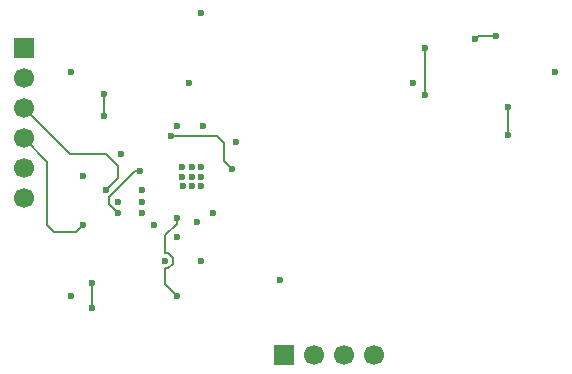
<source format=gbr>
%TF.GenerationSoftware,KiCad,Pcbnew,9.0.2*%
%TF.CreationDate,2025-07-03T13:44:50+05:30*%
%TF.ProjectId,Battery Charger and Protection,42617474-6572-4792-9043-686172676572,rev?*%
%TF.SameCoordinates,Original*%
%TF.FileFunction,Copper,L4,Bot*%
%TF.FilePolarity,Positive*%
%FSLAX46Y46*%
G04 Gerber Fmt 4.6, Leading zero omitted, Abs format (unit mm)*
G04 Created by KiCad (PCBNEW 9.0.2) date 2025-07-03 13:44:50*
%MOMM*%
%LPD*%
G01*
G04 APERTURE LIST*
%TA.AperFunction,ComponentPad*%
%ADD10R,1.700000X1.700000*%
%TD*%
%TA.AperFunction,ComponentPad*%
%ADD11C,1.700000*%
%TD*%
%TA.AperFunction,ViaPad*%
%ADD12C,0.600000*%
%TD*%
%TA.AperFunction,Conductor*%
%ADD13C,0.200000*%
%TD*%
G04 APERTURE END LIST*
D10*
%TO.P,J2,1,Pin_1*%
%TO.N,VCC*%
X46000000Y-48000000D03*
D11*
%TO.P,J2,2,Pin_2*%
%TO.N,GND*%
X46000000Y-50540000D03*
%TO.P,J2,3,Pin_3*%
%TO.N,/SDA*%
X46000000Y-53080000D03*
%TO.P,J2,4,Pin_4*%
%TO.N,/SCL*%
X46000000Y-55620000D03*
%TO.P,J2,5,Pin_5*%
%TO.N,/INT*%
X46000000Y-58160000D03*
%TO.P,J2,6,Pin_6*%
%TO.N,/CE*%
X46000000Y-60700000D03*
%TD*%
D10*
%TO.P,J6,1,Pin_1*%
%TO.N,VCC*%
X68000000Y-74000000D03*
D11*
%TO.P,J6,2,Pin_2*%
%TO.N,GND*%
X70540000Y-74000000D03*
%TO.P,J6,3,Pin_3*%
X73080000Y-74000000D03*
%TO.P,J6,4,Pin_4*%
X75620000Y-74000000D03*
%TD*%
D12*
%TO.N,GND*%
X60210000Y-58110000D03*
X59410000Y-58910000D03*
X60270000Y-59720000D03*
X64000000Y-56000000D03*
X79000000Y-51000000D03*
X91000000Y-50000000D03*
X60980000Y-58110000D03*
X67729692Y-67609692D03*
X60990000Y-58920000D03*
X59460000Y-59710000D03*
X60220000Y-58920000D03*
X61040000Y-59720000D03*
X50000000Y-50000000D03*
X59400000Y-58100000D03*
X61000000Y-45000000D03*
X60000000Y-51000000D03*
%TO.N,VCC*%
X58465421Y-55487872D03*
X51790000Y-67880000D03*
X51810000Y-70020000D03*
X63655868Y-58261714D03*
%TO.N,/CE*%
X59000000Y-64000000D03*
X57000000Y-63000000D03*
X51046232Y-58857228D03*
%TO.N,/INT*%
X50000000Y-69000000D03*
%TO.N,/SDA*%
X56000000Y-62000000D03*
X53000000Y-60000000D03*
%TO.N,/SCL*%
X50992089Y-63000000D03*
X54000000Y-61000000D03*
X56000000Y-61000000D03*
%TO.N,/REGN*%
X58998442Y-54618753D03*
X61150016Y-54625784D03*
%TO.N,Net-(U2-COUT)*%
X80000000Y-48000000D03*
X80000000Y-52000000D03*
%TO.N,Net-(U2-V-)*%
X84254483Y-47254483D03*
X86000000Y-47000000D03*
%TO.N,Net-(Q1-Pad5)*%
X87000000Y-53000000D03*
X87010000Y-55370000D03*
%TO.N,Net-(D201-A)*%
X61000000Y-66000000D03*
X58000000Y-66000000D03*
%TO.N,Net-(D201-K)*%
X55857817Y-58410929D03*
X54000000Y-62000000D03*
%TO.N,Net-(U200-ILIM)*%
X54254683Y-56994525D03*
X60715634Y-62696097D03*
%TO.N,Net-(U200-TS)*%
X56000000Y-60000000D03*
X52785144Y-53785144D03*
X62000000Y-62000000D03*
X52785144Y-51893327D03*
%TO.N,Net-(U200-OTG)*%
X59000000Y-62400000D03*
X59000000Y-69000000D03*
%TD*%
D13*
%TO.N,VCC*%
X51790000Y-67880000D02*
X51790000Y-70000000D01*
X63655868Y-58261714D02*
X62926773Y-57532619D01*
X62926773Y-56073227D02*
X62341418Y-55487872D01*
X62341418Y-55487872D02*
X58465421Y-55487872D01*
X62926773Y-57532619D02*
X62926773Y-57000000D01*
X51790000Y-70000000D02*
X51810000Y-70020000D01*
X62926773Y-57000000D02*
X62926773Y-56073227D01*
%TO.N,/SDA*%
X53000000Y-60000000D02*
X54000000Y-59000000D01*
X53000000Y-57000000D02*
X49920000Y-57000000D01*
X54000000Y-58000000D02*
X53000000Y-57000000D01*
X54000000Y-59000000D02*
X54000000Y-58000000D01*
X49920000Y-57000000D02*
X46000000Y-53080000D01*
%TO.N,/SCL*%
X50432089Y-63560000D02*
X48560000Y-63560000D01*
X50992089Y-63000000D02*
X50432089Y-63560000D01*
X48000000Y-63000000D02*
X48000000Y-57620000D01*
X48000000Y-57620000D02*
X46000000Y-55620000D01*
X48560000Y-63560000D02*
X48000000Y-63000000D01*
%TO.N,Net-(U2-COUT)*%
X80000000Y-52000000D02*
X80000000Y-48000000D01*
%TO.N,Net-(U2-V-)*%
X84254483Y-47254483D02*
X84508966Y-47000000D01*
X84508966Y-47000000D02*
X86000000Y-47000000D01*
%TO.N,Net-(Q1-Pad5)*%
X87000000Y-55360000D02*
X87000000Y-53000000D01*
X87010000Y-55370000D02*
X87000000Y-55360000D01*
%TO.N,Net-(D201-K)*%
X53248943Y-60601000D02*
X55439014Y-58410929D01*
X54000000Y-62000000D02*
X53248943Y-61248943D01*
X53248943Y-61248943D02*
X53248943Y-60601000D01*
X55439014Y-58410929D02*
X55857817Y-58410929D01*
%TO.N,Net-(U200-TS)*%
X52785144Y-51893327D02*
X52785144Y-53785144D01*
%TO.N,Net-(U200-OTG)*%
X58601000Y-65751057D02*
X58601000Y-66248943D01*
X58000000Y-66601000D02*
X58000000Y-68000000D01*
X58000000Y-65399000D02*
X58248943Y-65399000D01*
X59000000Y-62400000D02*
X59000000Y-62863643D01*
X58000000Y-68000000D02*
X59000000Y-69000000D01*
X58248943Y-65399000D02*
X58601000Y-65751057D01*
X59000000Y-62863643D02*
X58000000Y-63863643D01*
X58248943Y-66601000D02*
X58000000Y-66601000D01*
X58000000Y-63863643D02*
X58000000Y-65399000D01*
X58601000Y-66248943D02*
X58248943Y-66601000D01*
%TD*%
M02*

</source>
